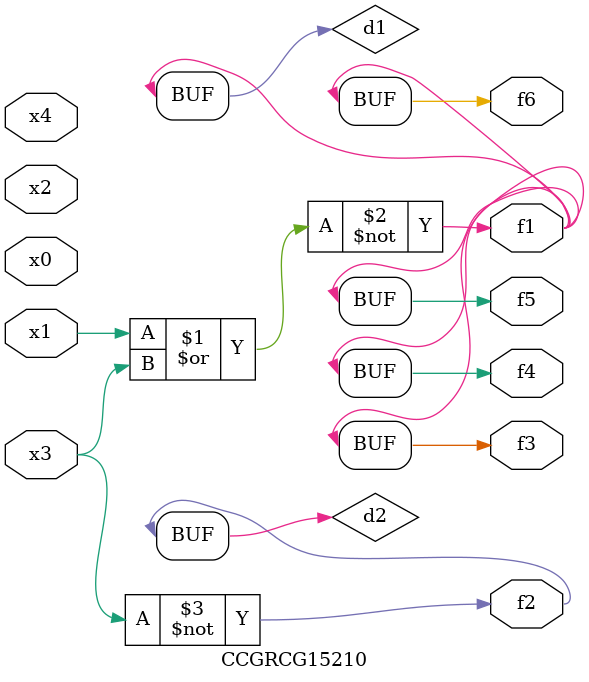
<source format=v>
module CCGRCG15210(
	input x0, x1, x2, x3, x4,
	output f1, f2, f3, f4, f5, f6
);

	wire d1, d2;

	nor (d1, x1, x3);
	not (d2, x3);
	assign f1 = d1;
	assign f2 = d2;
	assign f3 = d1;
	assign f4 = d1;
	assign f5 = d1;
	assign f6 = d1;
endmodule

</source>
